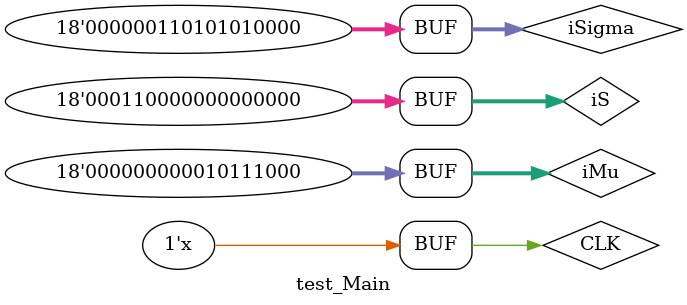
<source format=v>
`timescale 1ns / 1ps
module test_Main;

	// Inputs
	reg CLK;
	reg [17:0] iMu;
	reg [17:0] iS;
	reg [17:0] iSigma;
	
	// Outputs
	wire [26:0] oAcc1;
	wire [26:0] oAcc2;

	// Instantiate the Unit Under Test (UUT)
	Main uut (
		.CLK(CLK), 
		.iMu(iMu), 
		.iS(iS), 
		.iSigma(iSigma),
		.oAcc1(oAcc1),
		.oAcc2(oAcc2)
	);

	initial begin
		// Initialize Inputs
		CLK = 0;
		iMu = 0;
		iS = 0;
		iSigma = 0;
		// Wait 100 ns for global reset to finish
		#100;
        
		// Add stimulus here
		iMu <= 184;
		iSigma <= 3408;
		iS <= 24576;
	end
	always
	begin
		#1 CLK = ~CLK;
	end  
      
endmodule


</source>
